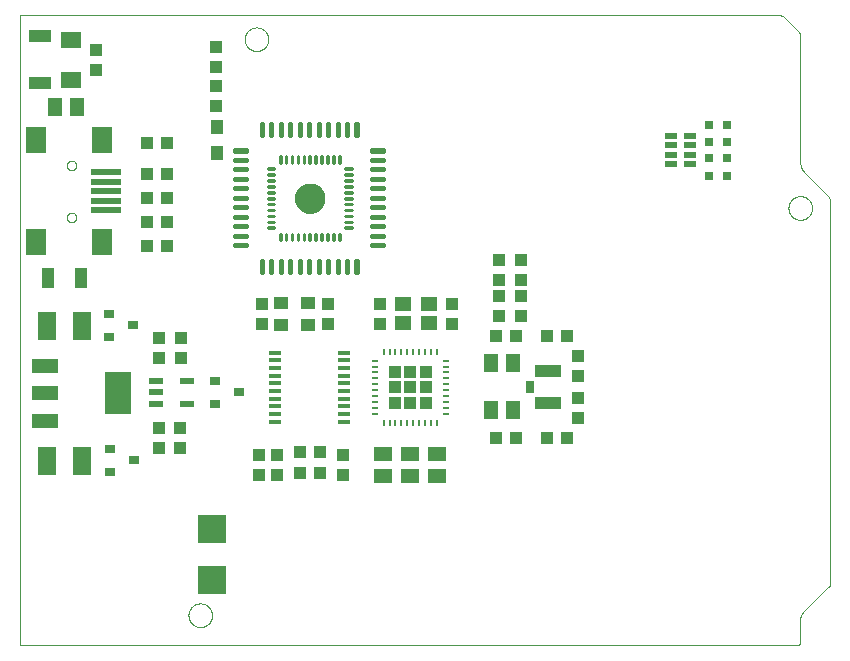
<source format=gtp>
G75*
%MOIN*%
%OFA0B0*%
%FSLAX25Y25*%
%IPPOS*%
%LPD*%
%AMOC8*
5,1,8,0,0,1.08239X$1,22.5*
%
%ADD10C,0.00000*%
%ADD11R,0.03937X0.03937*%
%ADD12R,0.02362X0.00984*%
%ADD13R,0.00984X0.02362*%
%ADD14R,0.05118X0.05906*%
%ADD15R,0.05512X0.04724*%
%ADD16R,0.04331X0.03937*%
%ADD17R,0.03937X0.04331*%
%ADD18R,0.08661X0.04134*%
%ADD19R,0.03150X0.03937*%
%ADD20R,0.05906X0.05118*%
%ADD21R,0.03937X0.07087*%
%ADD22C,0.05000*%
%ADD23C,0.00866*%
%ADD24R,0.10000X0.02000*%
%ADD25R,0.07000X0.09000*%
%ADD26R,0.03937X0.04724*%
%ADD27R,0.05118X0.04134*%
%ADD28R,0.07087X0.05512*%
%ADD29R,0.09449X0.09449*%
%ADD30R,0.08800X0.04800*%
%ADD31R,0.08661X0.14173*%
%ADD32R,0.06299X0.09449*%
%ADD33R,0.04724X0.02165*%
%ADD34R,0.03500X0.03100*%
%ADD35R,0.07800X0.04000*%
%ADD36R,0.03900X0.01200*%
%ADD37C,0.01417*%
%ADD38C,0.03937*%
%ADD39R,0.03150X0.03150*%
%ADD40R,0.04000X0.02000*%
D10*
X0026130Y0004800D02*
X0026130Y0214800D01*
X0279204Y0214800D01*
X0280785Y0214145D02*
X0285716Y0209214D01*
X0286130Y0208214D02*
X0286130Y0165912D01*
X0286132Y0165774D01*
X0286137Y0165636D01*
X0286147Y0165498D01*
X0286160Y0165361D01*
X0286177Y0165224D01*
X0286197Y0165087D01*
X0286221Y0164951D01*
X0286249Y0164816D01*
X0286281Y0164681D01*
X0286316Y0164548D01*
X0286355Y0164415D01*
X0286397Y0164284D01*
X0286443Y0164154D01*
X0286492Y0164025D01*
X0286545Y0163897D01*
X0286601Y0163771D01*
X0286661Y0163646D01*
X0286724Y0163524D01*
X0286790Y0163402D01*
X0286860Y0163283D01*
X0286933Y0163166D01*
X0287009Y0163051D01*
X0287088Y0162937D01*
X0287170Y0162826D01*
X0287255Y0162717D01*
X0287343Y0162611D01*
X0287434Y0162507D01*
X0287527Y0162405D01*
X0287623Y0162306D01*
X0287623Y0162307D02*
X0295204Y0154726D01*
X0296130Y0152490D02*
X0296130Y0025628D01*
X0295544Y0024214D02*
X0287056Y0015726D01*
X0286130Y0013490D02*
X0286130Y0005800D01*
X0286128Y0005740D01*
X0286123Y0005679D01*
X0286114Y0005620D01*
X0286101Y0005561D01*
X0286085Y0005502D01*
X0286065Y0005445D01*
X0286042Y0005390D01*
X0286015Y0005335D01*
X0285986Y0005283D01*
X0285953Y0005232D01*
X0285917Y0005183D01*
X0285879Y0005137D01*
X0285837Y0005093D01*
X0285793Y0005051D01*
X0285747Y0005013D01*
X0285698Y0004977D01*
X0285647Y0004944D01*
X0285595Y0004915D01*
X0285540Y0004888D01*
X0285485Y0004865D01*
X0285428Y0004845D01*
X0285369Y0004829D01*
X0285310Y0004816D01*
X0285251Y0004807D01*
X0285190Y0004802D01*
X0285130Y0004800D01*
X0026130Y0004800D01*
X0082193Y0014800D02*
X0082195Y0014925D01*
X0082201Y0015050D01*
X0082211Y0015174D01*
X0082225Y0015298D01*
X0082242Y0015422D01*
X0082264Y0015545D01*
X0082290Y0015667D01*
X0082319Y0015789D01*
X0082352Y0015909D01*
X0082390Y0016028D01*
X0082430Y0016147D01*
X0082475Y0016263D01*
X0082523Y0016378D01*
X0082575Y0016492D01*
X0082631Y0016604D01*
X0082690Y0016714D01*
X0082752Y0016822D01*
X0082818Y0016929D01*
X0082887Y0017033D01*
X0082960Y0017134D01*
X0083035Y0017234D01*
X0083114Y0017331D01*
X0083196Y0017425D01*
X0083281Y0017517D01*
X0083368Y0017606D01*
X0083459Y0017692D01*
X0083552Y0017775D01*
X0083648Y0017856D01*
X0083746Y0017933D01*
X0083846Y0018007D01*
X0083949Y0018078D01*
X0084054Y0018145D01*
X0084162Y0018210D01*
X0084271Y0018270D01*
X0084382Y0018328D01*
X0084495Y0018381D01*
X0084609Y0018431D01*
X0084725Y0018478D01*
X0084842Y0018520D01*
X0084961Y0018559D01*
X0085081Y0018595D01*
X0085202Y0018626D01*
X0085324Y0018654D01*
X0085446Y0018677D01*
X0085570Y0018697D01*
X0085694Y0018713D01*
X0085818Y0018725D01*
X0085943Y0018733D01*
X0086068Y0018737D01*
X0086192Y0018737D01*
X0086317Y0018733D01*
X0086442Y0018725D01*
X0086566Y0018713D01*
X0086690Y0018697D01*
X0086814Y0018677D01*
X0086936Y0018654D01*
X0087058Y0018626D01*
X0087179Y0018595D01*
X0087299Y0018559D01*
X0087418Y0018520D01*
X0087535Y0018478D01*
X0087651Y0018431D01*
X0087765Y0018381D01*
X0087878Y0018328D01*
X0087989Y0018270D01*
X0088099Y0018210D01*
X0088206Y0018145D01*
X0088311Y0018078D01*
X0088414Y0018007D01*
X0088514Y0017933D01*
X0088612Y0017856D01*
X0088708Y0017775D01*
X0088801Y0017692D01*
X0088892Y0017606D01*
X0088979Y0017517D01*
X0089064Y0017425D01*
X0089146Y0017331D01*
X0089225Y0017234D01*
X0089300Y0017134D01*
X0089373Y0017033D01*
X0089442Y0016929D01*
X0089508Y0016822D01*
X0089570Y0016714D01*
X0089629Y0016604D01*
X0089685Y0016492D01*
X0089737Y0016378D01*
X0089785Y0016263D01*
X0089830Y0016147D01*
X0089870Y0016028D01*
X0089908Y0015909D01*
X0089941Y0015789D01*
X0089970Y0015667D01*
X0089996Y0015545D01*
X0090018Y0015422D01*
X0090035Y0015298D01*
X0090049Y0015174D01*
X0090059Y0015050D01*
X0090065Y0014925D01*
X0090067Y0014800D01*
X0090065Y0014675D01*
X0090059Y0014550D01*
X0090049Y0014426D01*
X0090035Y0014302D01*
X0090018Y0014178D01*
X0089996Y0014055D01*
X0089970Y0013933D01*
X0089941Y0013811D01*
X0089908Y0013691D01*
X0089870Y0013572D01*
X0089830Y0013453D01*
X0089785Y0013337D01*
X0089737Y0013222D01*
X0089685Y0013108D01*
X0089629Y0012996D01*
X0089570Y0012886D01*
X0089508Y0012778D01*
X0089442Y0012671D01*
X0089373Y0012567D01*
X0089300Y0012466D01*
X0089225Y0012366D01*
X0089146Y0012269D01*
X0089064Y0012175D01*
X0088979Y0012083D01*
X0088892Y0011994D01*
X0088801Y0011908D01*
X0088708Y0011825D01*
X0088612Y0011744D01*
X0088514Y0011667D01*
X0088414Y0011593D01*
X0088311Y0011522D01*
X0088206Y0011455D01*
X0088098Y0011390D01*
X0087989Y0011330D01*
X0087878Y0011272D01*
X0087765Y0011219D01*
X0087651Y0011169D01*
X0087535Y0011122D01*
X0087418Y0011080D01*
X0087299Y0011041D01*
X0087179Y0011005D01*
X0087058Y0010974D01*
X0086936Y0010946D01*
X0086814Y0010923D01*
X0086690Y0010903D01*
X0086566Y0010887D01*
X0086442Y0010875D01*
X0086317Y0010867D01*
X0086192Y0010863D01*
X0086068Y0010863D01*
X0085943Y0010867D01*
X0085818Y0010875D01*
X0085694Y0010887D01*
X0085570Y0010903D01*
X0085446Y0010923D01*
X0085324Y0010946D01*
X0085202Y0010974D01*
X0085081Y0011005D01*
X0084961Y0011041D01*
X0084842Y0011080D01*
X0084725Y0011122D01*
X0084609Y0011169D01*
X0084495Y0011219D01*
X0084382Y0011272D01*
X0084271Y0011330D01*
X0084161Y0011390D01*
X0084054Y0011455D01*
X0083949Y0011522D01*
X0083846Y0011593D01*
X0083746Y0011667D01*
X0083648Y0011744D01*
X0083552Y0011825D01*
X0083459Y0011908D01*
X0083368Y0011994D01*
X0083281Y0012083D01*
X0083196Y0012175D01*
X0083114Y0012269D01*
X0083035Y0012366D01*
X0082960Y0012466D01*
X0082887Y0012567D01*
X0082818Y0012671D01*
X0082752Y0012778D01*
X0082690Y0012886D01*
X0082631Y0012996D01*
X0082575Y0013108D01*
X0082523Y0013222D01*
X0082475Y0013337D01*
X0082430Y0013453D01*
X0082390Y0013572D01*
X0082352Y0013691D01*
X0082319Y0013811D01*
X0082290Y0013933D01*
X0082264Y0014055D01*
X0082242Y0014178D01*
X0082225Y0014302D01*
X0082211Y0014426D01*
X0082201Y0014550D01*
X0082195Y0014675D01*
X0082193Y0014800D01*
X0041613Y0147438D02*
X0041615Y0147518D01*
X0041621Y0147597D01*
X0041631Y0147676D01*
X0041645Y0147755D01*
X0041662Y0147833D01*
X0041684Y0147910D01*
X0041709Y0147985D01*
X0041739Y0148059D01*
X0041771Y0148132D01*
X0041808Y0148203D01*
X0041848Y0148272D01*
X0041891Y0148339D01*
X0041938Y0148404D01*
X0041987Y0148466D01*
X0042040Y0148526D01*
X0042096Y0148583D01*
X0042154Y0148638D01*
X0042215Y0148689D01*
X0042279Y0148737D01*
X0042345Y0148782D01*
X0042413Y0148824D01*
X0042483Y0148862D01*
X0042555Y0148896D01*
X0042628Y0148927D01*
X0042703Y0148955D01*
X0042780Y0148978D01*
X0042857Y0148998D01*
X0042935Y0149014D01*
X0043014Y0149026D01*
X0043093Y0149034D01*
X0043173Y0149038D01*
X0043253Y0149038D01*
X0043333Y0149034D01*
X0043412Y0149026D01*
X0043491Y0149014D01*
X0043569Y0148998D01*
X0043646Y0148978D01*
X0043723Y0148955D01*
X0043798Y0148927D01*
X0043871Y0148896D01*
X0043943Y0148862D01*
X0044013Y0148824D01*
X0044081Y0148782D01*
X0044147Y0148737D01*
X0044211Y0148689D01*
X0044272Y0148638D01*
X0044330Y0148583D01*
X0044386Y0148526D01*
X0044439Y0148466D01*
X0044488Y0148404D01*
X0044535Y0148339D01*
X0044578Y0148272D01*
X0044618Y0148203D01*
X0044655Y0148132D01*
X0044687Y0148059D01*
X0044717Y0147985D01*
X0044742Y0147910D01*
X0044764Y0147833D01*
X0044781Y0147755D01*
X0044795Y0147676D01*
X0044805Y0147597D01*
X0044811Y0147518D01*
X0044813Y0147438D01*
X0044811Y0147358D01*
X0044805Y0147279D01*
X0044795Y0147200D01*
X0044781Y0147121D01*
X0044764Y0147043D01*
X0044742Y0146966D01*
X0044717Y0146891D01*
X0044687Y0146817D01*
X0044655Y0146744D01*
X0044618Y0146673D01*
X0044578Y0146604D01*
X0044535Y0146537D01*
X0044488Y0146472D01*
X0044439Y0146410D01*
X0044386Y0146350D01*
X0044330Y0146293D01*
X0044272Y0146238D01*
X0044211Y0146187D01*
X0044147Y0146139D01*
X0044081Y0146094D01*
X0044013Y0146052D01*
X0043943Y0146014D01*
X0043871Y0145980D01*
X0043798Y0145949D01*
X0043723Y0145921D01*
X0043646Y0145898D01*
X0043569Y0145878D01*
X0043491Y0145862D01*
X0043412Y0145850D01*
X0043333Y0145842D01*
X0043253Y0145838D01*
X0043173Y0145838D01*
X0043093Y0145842D01*
X0043014Y0145850D01*
X0042935Y0145862D01*
X0042857Y0145878D01*
X0042780Y0145898D01*
X0042703Y0145921D01*
X0042628Y0145949D01*
X0042555Y0145980D01*
X0042483Y0146014D01*
X0042413Y0146052D01*
X0042345Y0146094D01*
X0042279Y0146139D01*
X0042215Y0146187D01*
X0042154Y0146238D01*
X0042096Y0146293D01*
X0042040Y0146350D01*
X0041987Y0146410D01*
X0041938Y0146472D01*
X0041891Y0146537D01*
X0041848Y0146604D01*
X0041808Y0146673D01*
X0041771Y0146744D01*
X0041739Y0146817D01*
X0041709Y0146891D01*
X0041684Y0146966D01*
X0041662Y0147043D01*
X0041645Y0147121D01*
X0041631Y0147200D01*
X0041621Y0147279D01*
X0041615Y0147358D01*
X0041613Y0147438D01*
X0041613Y0164761D02*
X0041615Y0164841D01*
X0041621Y0164920D01*
X0041631Y0164999D01*
X0041645Y0165078D01*
X0041662Y0165156D01*
X0041684Y0165233D01*
X0041709Y0165308D01*
X0041739Y0165382D01*
X0041771Y0165455D01*
X0041808Y0165526D01*
X0041848Y0165595D01*
X0041891Y0165662D01*
X0041938Y0165727D01*
X0041987Y0165789D01*
X0042040Y0165849D01*
X0042096Y0165906D01*
X0042154Y0165961D01*
X0042215Y0166012D01*
X0042279Y0166060D01*
X0042345Y0166105D01*
X0042413Y0166147D01*
X0042483Y0166185D01*
X0042555Y0166219D01*
X0042628Y0166250D01*
X0042703Y0166278D01*
X0042780Y0166301D01*
X0042857Y0166321D01*
X0042935Y0166337D01*
X0043014Y0166349D01*
X0043093Y0166357D01*
X0043173Y0166361D01*
X0043253Y0166361D01*
X0043333Y0166357D01*
X0043412Y0166349D01*
X0043491Y0166337D01*
X0043569Y0166321D01*
X0043646Y0166301D01*
X0043723Y0166278D01*
X0043798Y0166250D01*
X0043871Y0166219D01*
X0043943Y0166185D01*
X0044013Y0166147D01*
X0044081Y0166105D01*
X0044147Y0166060D01*
X0044211Y0166012D01*
X0044272Y0165961D01*
X0044330Y0165906D01*
X0044386Y0165849D01*
X0044439Y0165789D01*
X0044488Y0165727D01*
X0044535Y0165662D01*
X0044578Y0165595D01*
X0044618Y0165526D01*
X0044655Y0165455D01*
X0044687Y0165382D01*
X0044717Y0165308D01*
X0044742Y0165233D01*
X0044764Y0165156D01*
X0044781Y0165078D01*
X0044795Y0164999D01*
X0044805Y0164920D01*
X0044811Y0164841D01*
X0044813Y0164761D01*
X0044811Y0164681D01*
X0044805Y0164602D01*
X0044795Y0164523D01*
X0044781Y0164444D01*
X0044764Y0164366D01*
X0044742Y0164289D01*
X0044717Y0164214D01*
X0044687Y0164140D01*
X0044655Y0164067D01*
X0044618Y0163996D01*
X0044578Y0163927D01*
X0044535Y0163860D01*
X0044488Y0163795D01*
X0044439Y0163733D01*
X0044386Y0163673D01*
X0044330Y0163616D01*
X0044272Y0163561D01*
X0044211Y0163510D01*
X0044147Y0163462D01*
X0044081Y0163417D01*
X0044013Y0163375D01*
X0043943Y0163337D01*
X0043871Y0163303D01*
X0043798Y0163272D01*
X0043723Y0163244D01*
X0043646Y0163221D01*
X0043569Y0163201D01*
X0043491Y0163185D01*
X0043412Y0163173D01*
X0043333Y0163165D01*
X0043253Y0163161D01*
X0043173Y0163161D01*
X0043093Y0163165D01*
X0043014Y0163173D01*
X0042935Y0163185D01*
X0042857Y0163201D01*
X0042780Y0163221D01*
X0042703Y0163244D01*
X0042628Y0163272D01*
X0042555Y0163303D01*
X0042483Y0163337D01*
X0042413Y0163375D01*
X0042345Y0163417D01*
X0042279Y0163462D01*
X0042215Y0163510D01*
X0042154Y0163561D01*
X0042096Y0163616D01*
X0042040Y0163673D01*
X0041987Y0163733D01*
X0041938Y0163795D01*
X0041891Y0163860D01*
X0041848Y0163927D01*
X0041808Y0163996D01*
X0041771Y0164067D01*
X0041739Y0164140D01*
X0041709Y0164214D01*
X0041684Y0164289D01*
X0041662Y0164366D01*
X0041645Y0164444D01*
X0041631Y0164523D01*
X0041621Y0164602D01*
X0041615Y0164681D01*
X0041613Y0164761D01*
X0100943Y0206800D02*
X0100945Y0206925D01*
X0100951Y0207050D01*
X0100961Y0207174D01*
X0100975Y0207298D01*
X0100992Y0207422D01*
X0101014Y0207545D01*
X0101040Y0207667D01*
X0101069Y0207789D01*
X0101102Y0207909D01*
X0101140Y0208028D01*
X0101180Y0208147D01*
X0101225Y0208263D01*
X0101273Y0208378D01*
X0101325Y0208492D01*
X0101381Y0208604D01*
X0101440Y0208714D01*
X0101502Y0208822D01*
X0101568Y0208929D01*
X0101637Y0209033D01*
X0101710Y0209134D01*
X0101785Y0209234D01*
X0101864Y0209331D01*
X0101946Y0209425D01*
X0102031Y0209517D01*
X0102118Y0209606D01*
X0102209Y0209692D01*
X0102302Y0209775D01*
X0102398Y0209856D01*
X0102496Y0209933D01*
X0102596Y0210007D01*
X0102699Y0210078D01*
X0102804Y0210145D01*
X0102912Y0210210D01*
X0103021Y0210270D01*
X0103132Y0210328D01*
X0103245Y0210381D01*
X0103359Y0210431D01*
X0103475Y0210478D01*
X0103592Y0210520D01*
X0103711Y0210559D01*
X0103831Y0210595D01*
X0103952Y0210626D01*
X0104074Y0210654D01*
X0104196Y0210677D01*
X0104320Y0210697D01*
X0104444Y0210713D01*
X0104568Y0210725D01*
X0104693Y0210733D01*
X0104818Y0210737D01*
X0104942Y0210737D01*
X0105067Y0210733D01*
X0105192Y0210725D01*
X0105316Y0210713D01*
X0105440Y0210697D01*
X0105564Y0210677D01*
X0105686Y0210654D01*
X0105808Y0210626D01*
X0105929Y0210595D01*
X0106049Y0210559D01*
X0106168Y0210520D01*
X0106285Y0210478D01*
X0106401Y0210431D01*
X0106515Y0210381D01*
X0106628Y0210328D01*
X0106739Y0210270D01*
X0106849Y0210210D01*
X0106956Y0210145D01*
X0107061Y0210078D01*
X0107164Y0210007D01*
X0107264Y0209933D01*
X0107362Y0209856D01*
X0107458Y0209775D01*
X0107551Y0209692D01*
X0107642Y0209606D01*
X0107729Y0209517D01*
X0107814Y0209425D01*
X0107896Y0209331D01*
X0107975Y0209234D01*
X0108050Y0209134D01*
X0108123Y0209033D01*
X0108192Y0208929D01*
X0108258Y0208822D01*
X0108320Y0208714D01*
X0108379Y0208604D01*
X0108435Y0208492D01*
X0108487Y0208378D01*
X0108535Y0208263D01*
X0108580Y0208147D01*
X0108620Y0208028D01*
X0108658Y0207909D01*
X0108691Y0207789D01*
X0108720Y0207667D01*
X0108746Y0207545D01*
X0108768Y0207422D01*
X0108785Y0207298D01*
X0108799Y0207174D01*
X0108809Y0207050D01*
X0108815Y0206925D01*
X0108817Y0206800D01*
X0108815Y0206675D01*
X0108809Y0206550D01*
X0108799Y0206426D01*
X0108785Y0206302D01*
X0108768Y0206178D01*
X0108746Y0206055D01*
X0108720Y0205933D01*
X0108691Y0205811D01*
X0108658Y0205691D01*
X0108620Y0205572D01*
X0108580Y0205453D01*
X0108535Y0205337D01*
X0108487Y0205222D01*
X0108435Y0205108D01*
X0108379Y0204996D01*
X0108320Y0204886D01*
X0108258Y0204778D01*
X0108192Y0204671D01*
X0108123Y0204567D01*
X0108050Y0204466D01*
X0107975Y0204366D01*
X0107896Y0204269D01*
X0107814Y0204175D01*
X0107729Y0204083D01*
X0107642Y0203994D01*
X0107551Y0203908D01*
X0107458Y0203825D01*
X0107362Y0203744D01*
X0107264Y0203667D01*
X0107164Y0203593D01*
X0107061Y0203522D01*
X0106956Y0203455D01*
X0106848Y0203390D01*
X0106739Y0203330D01*
X0106628Y0203272D01*
X0106515Y0203219D01*
X0106401Y0203169D01*
X0106285Y0203122D01*
X0106168Y0203080D01*
X0106049Y0203041D01*
X0105929Y0203005D01*
X0105808Y0202974D01*
X0105686Y0202946D01*
X0105564Y0202923D01*
X0105440Y0202903D01*
X0105316Y0202887D01*
X0105192Y0202875D01*
X0105067Y0202867D01*
X0104942Y0202863D01*
X0104818Y0202863D01*
X0104693Y0202867D01*
X0104568Y0202875D01*
X0104444Y0202887D01*
X0104320Y0202903D01*
X0104196Y0202923D01*
X0104074Y0202946D01*
X0103952Y0202974D01*
X0103831Y0203005D01*
X0103711Y0203041D01*
X0103592Y0203080D01*
X0103475Y0203122D01*
X0103359Y0203169D01*
X0103245Y0203219D01*
X0103132Y0203272D01*
X0103021Y0203330D01*
X0102911Y0203390D01*
X0102804Y0203455D01*
X0102699Y0203522D01*
X0102596Y0203593D01*
X0102496Y0203667D01*
X0102398Y0203744D01*
X0102302Y0203825D01*
X0102209Y0203908D01*
X0102118Y0203994D01*
X0102031Y0204083D01*
X0101946Y0204175D01*
X0101864Y0204269D01*
X0101785Y0204366D01*
X0101710Y0204466D01*
X0101637Y0204567D01*
X0101568Y0204671D01*
X0101502Y0204778D01*
X0101440Y0204886D01*
X0101381Y0204996D01*
X0101325Y0205108D01*
X0101273Y0205222D01*
X0101225Y0205337D01*
X0101180Y0205453D01*
X0101140Y0205572D01*
X0101102Y0205691D01*
X0101069Y0205811D01*
X0101040Y0205933D01*
X0101014Y0206055D01*
X0100992Y0206178D01*
X0100975Y0206302D01*
X0100961Y0206426D01*
X0100951Y0206550D01*
X0100945Y0206675D01*
X0100943Y0206800D01*
X0279204Y0214800D02*
X0279296Y0214798D01*
X0279389Y0214792D01*
X0279481Y0214783D01*
X0279572Y0214770D01*
X0279663Y0214752D01*
X0279753Y0214732D01*
X0279842Y0214707D01*
X0279930Y0214679D01*
X0280017Y0214647D01*
X0280102Y0214612D01*
X0280186Y0214573D01*
X0280268Y0214531D01*
X0280349Y0214485D01*
X0280427Y0214436D01*
X0280503Y0214384D01*
X0280577Y0214329D01*
X0280649Y0214270D01*
X0280718Y0214209D01*
X0280785Y0214145D01*
X0285716Y0209214D02*
X0285767Y0209160D01*
X0285815Y0209104D01*
X0285860Y0209045D01*
X0285902Y0208984D01*
X0285941Y0208921D01*
X0285976Y0208856D01*
X0286008Y0208789D01*
X0286036Y0208721D01*
X0286061Y0208651D01*
X0286082Y0208580D01*
X0286099Y0208508D01*
X0286113Y0208435D01*
X0286122Y0208362D01*
X0286128Y0208288D01*
X0286130Y0208214D01*
X0295204Y0154726D02*
X0295279Y0154648D01*
X0295351Y0154568D01*
X0295421Y0154485D01*
X0295487Y0154401D01*
X0295551Y0154313D01*
X0295612Y0154224D01*
X0295670Y0154133D01*
X0295724Y0154040D01*
X0295775Y0153945D01*
X0295824Y0153848D01*
X0295868Y0153750D01*
X0295910Y0153650D01*
X0295947Y0153549D01*
X0295982Y0153447D01*
X0296013Y0153343D01*
X0296040Y0153239D01*
X0296064Y0153133D01*
X0296084Y0153027D01*
X0296101Y0152921D01*
X0296113Y0152813D01*
X0296123Y0152706D01*
X0296128Y0152598D01*
X0296130Y0152490D01*
X0282193Y0150550D02*
X0282195Y0150675D01*
X0282201Y0150800D01*
X0282211Y0150924D01*
X0282225Y0151048D01*
X0282242Y0151172D01*
X0282264Y0151295D01*
X0282290Y0151417D01*
X0282319Y0151539D01*
X0282352Y0151659D01*
X0282390Y0151778D01*
X0282430Y0151897D01*
X0282475Y0152013D01*
X0282523Y0152128D01*
X0282575Y0152242D01*
X0282631Y0152354D01*
X0282690Y0152464D01*
X0282752Y0152572D01*
X0282818Y0152679D01*
X0282887Y0152783D01*
X0282960Y0152884D01*
X0283035Y0152984D01*
X0283114Y0153081D01*
X0283196Y0153175D01*
X0283281Y0153267D01*
X0283368Y0153356D01*
X0283459Y0153442D01*
X0283552Y0153525D01*
X0283648Y0153606D01*
X0283746Y0153683D01*
X0283846Y0153757D01*
X0283949Y0153828D01*
X0284054Y0153895D01*
X0284162Y0153960D01*
X0284271Y0154020D01*
X0284382Y0154078D01*
X0284495Y0154131D01*
X0284609Y0154181D01*
X0284725Y0154228D01*
X0284842Y0154270D01*
X0284961Y0154309D01*
X0285081Y0154345D01*
X0285202Y0154376D01*
X0285324Y0154404D01*
X0285446Y0154427D01*
X0285570Y0154447D01*
X0285694Y0154463D01*
X0285818Y0154475D01*
X0285943Y0154483D01*
X0286068Y0154487D01*
X0286192Y0154487D01*
X0286317Y0154483D01*
X0286442Y0154475D01*
X0286566Y0154463D01*
X0286690Y0154447D01*
X0286814Y0154427D01*
X0286936Y0154404D01*
X0287058Y0154376D01*
X0287179Y0154345D01*
X0287299Y0154309D01*
X0287418Y0154270D01*
X0287535Y0154228D01*
X0287651Y0154181D01*
X0287765Y0154131D01*
X0287878Y0154078D01*
X0287989Y0154020D01*
X0288099Y0153960D01*
X0288206Y0153895D01*
X0288311Y0153828D01*
X0288414Y0153757D01*
X0288514Y0153683D01*
X0288612Y0153606D01*
X0288708Y0153525D01*
X0288801Y0153442D01*
X0288892Y0153356D01*
X0288979Y0153267D01*
X0289064Y0153175D01*
X0289146Y0153081D01*
X0289225Y0152984D01*
X0289300Y0152884D01*
X0289373Y0152783D01*
X0289442Y0152679D01*
X0289508Y0152572D01*
X0289570Y0152464D01*
X0289629Y0152354D01*
X0289685Y0152242D01*
X0289737Y0152128D01*
X0289785Y0152013D01*
X0289830Y0151897D01*
X0289870Y0151778D01*
X0289908Y0151659D01*
X0289941Y0151539D01*
X0289970Y0151417D01*
X0289996Y0151295D01*
X0290018Y0151172D01*
X0290035Y0151048D01*
X0290049Y0150924D01*
X0290059Y0150800D01*
X0290065Y0150675D01*
X0290067Y0150550D01*
X0290065Y0150425D01*
X0290059Y0150300D01*
X0290049Y0150176D01*
X0290035Y0150052D01*
X0290018Y0149928D01*
X0289996Y0149805D01*
X0289970Y0149683D01*
X0289941Y0149561D01*
X0289908Y0149441D01*
X0289870Y0149322D01*
X0289830Y0149203D01*
X0289785Y0149087D01*
X0289737Y0148972D01*
X0289685Y0148858D01*
X0289629Y0148746D01*
X0289570Y0148636D01*
X0289508Y0148528D01*
X0289442Y0148421D01*
X0289373Y0148317D01*
X0289300Y0148216D01*
X0289225Y0148116D01*
X0289146Y0148019D01*
X0289064Y0147925D01*
X0288979Y0147833D01*
X0288892Y0147744D01*
X0288801Y0147658D01*
X0288708Y0147575D01*
X0288612Y0147494D01*
X0288514Y0147417D01*
X0288414Y0147343D01*
X0288311Y0147272D01*
X0288206Y0147205D01*
X0288098Y0147140D01*
X0287989Y0147080D01*
X0287878Y0147022D01*
X0287765Y0146969D01*
X0287651Y0146919D01*
X0287535Y0146872D01*
X0287418Y0146830D01*
X0287299Y0146791D01*
X0287179Y0146755D01*
X0287058Y0146724D01*
X0286936Y0146696D01*
X0286814Y0146673D01*
X0286690Y0146653D01*
X0286566Y0146637D01*
X0286442Y0146625D01*
X0286317Y0146617D01*
X0286192Y0146613D01*
X0286068Y0146613D01*
X0285943Y0146617D01*
X0285818Y0146625D01*
X0285694Y0146637D01*
X0285570Y0146653D01*
X0285446Y0146673D01*
X0285324Y0146696D01*
X0285202Y0146724D01*
X0285081Y0146755D01*
X0284961Y0146791D01*
X0284842Y0146830D01*
X0284725Y0146872D01*
X0284609Y0146919D01*
X0284495Y0146969D01*
X0284382Y0147022D01*
X0284271Y0147080D01*
X0284161Y0147140D01*
X0284054Y0147205D01*
X0283949Y0147272D01*
X0283846Y0147343D01*
X0283746Y0147417D01*
X0283648Y0147494D01*
X0283552Y0147575D01*
X0283459Y0147658D01*
X0283368Y0147744D01*
X0283281Y0147833D01*
X0283196Y0147925D01*
X0283114Y0148019D01*
X0283035Y0148116D01*
X0282960Y0148216D01*
X0282887Y0148317D01*
X0282818Y0148421D01*
X0282752Y0148528D01*
X0282690Y0148636D01*
X0282631Y0148746D01*
X0282575Y0148858D01*
X0282523Y0148972D01*
X0282475Y0149087D01*
X0282430Y0149203D01*
X0282390Y0149322D01*
X0282352Y0149441D01*
X0282319Y0149561D01*
X0282290Y0149683D01*
X0282264Y0149805D01*
X0282242Y0149928D01*
X0282225Y0150052D01*
X0282211Y0150176D01*
X0282201Y0150300D01*
X0282195Y0150425D01*
X0282193Y0150550D01*
X0296130Y0025628D02*
X0296128Y0025541D01*
X0296122Y0025454D01*
X0296113Y0025367D01*
X0296100Y0025281D01*
X0296083Y0025195D01*
X0296062Y0025110D01*
X0296037Y0025027D01*
X0296009Y0024944D01*
X0295978Y0024863D01*
X0295943Y0024783D01*
X0295904Y0024705D01*
X0295862Y0024628D01*
X0295817Y0024553D01*
X0295768Y0024481D01*
X0295717Y0024410D01*
X0295662Y0024342D01*
X0295605Y0024277D01*
X0295544Y0024214D01*
X0287056Y0015726D02*
X0286981Y0015648D01*
X0286909Y0015568D01*
X0286839Y0015485D01*
X0286773Y0015401D01*
X0286709Y0015313D01*
X0286648Y0015224D01*
X0286590Y0015133D01*
X0286536Y0015040D01*
X0286485Y0014945D01*
X0286436Y0014848D01*
X0286392Y0014750D01*
X0286350Y0014650D01*
X0286313Y0014549D01*
X0286278Y0014447D01*
X0286247Y0014343D01*
X0286220Y0014239D01*
X0286196Y0014133D01*
X0286176Y0014027D01*
X0286159Y0013921D01*
X0286147Y0013813D01*
X0286137Y0013706D01*
X0286132Y0013598D01*
X0286130Y0013490D01*
D11*
X0161232Y0085682D03*
X0156114Y0085682D03*
X0150996Y0085682D03*
X0150996Y0090800D03*
X0156114Y0090800D03*
X0156114Y0095918D03*
X0150996Y0095918D03*
X0161232Y0095918D03*
X0161232Y0090800D03*
D12*
X0167925Y0089816D03*
X0167925Y0091784D03*
X0167925Y0093753D03*
X0167925Y0095721D03*
X0167925Y0097690D03*
X0167925Y0099658D03*
X0167925Y0087847D03*
X0167925Y0085879D03*
X0167925Y0083910D03*
X0167925Y0081942D03*
X0144303Y0081942D03*
X0144303Y0083910D03*
X0144303Y0085879D03*
X0144303Y0087847D03*
X0144303Y0089816D03*
X0144303Y0091784D03*
X0144303Y0093753D03*
X0144303Y0095721D03*
X0144303Y0097690D03*
X0144303Y0099658D03*
D13*
X0147256Y0102611D03*
X0149224Y0102611D03*
X0151193Y0102611D03*
X0153161Y0102611D03*
X0155130Y0102611D03*
X0157098Y0102611D03*
X0159067Y0102611D03*
X0161036Y0102611D03*
X0163004Y0102611D03*
X0164973Y0102611D03*
X0164973Y0078989D03*
X0163004Y0078989D03*
X0161036Y0078989D03*
X0159067Y0078989D03*
X0157098Y0078989D03*
X0155130Y0078989D03*
X0153161Y0078989D03*
X0151193Y0078989D03*
X0149224Y0078989D03*
X0147256Y0078989D03*
D14*
X0182890Y0083300D03*
X0190370Y0083300D03*
X0190370Y0098800D03*
X0182890Y0098800D03*
X0045170Y0184100D03*
X0037690Y0184100D03*
D15*
X0153799Y0118450D03*
X0153799Y0112150D03*
X0162461Y0112150D03*
X0162461Y0118450D03*
D16*
X0185630Y0126454D03*
X0185630Y0133146D03*
X0193130Y0121146D03*
X0193130Y0114454D03*
X0191476Y0107800D03*
X0184784Y0107800D03*
X0201784Y0107800D03*
X0208476Y0107800D03*
X0208476Y0073800D03*
X0201784Y0073800D03*
X0191476Y0073800D03*
X0184784Y0073800D03*
X0125976Y0062050D03*
X0119284Y0062050D03*
X0079380Y0070454D03*
X0072380Y0070454D03*
X0072380Y0077146D03*
X0079380Y0077146D03*
X0074976Y0137800D03*
X0068284Y0137800D03*
X0068284Y0145800D03*
X0074976Y0145800D03*
X0074976Y0172300D03*
X0068284Y0172300D03*
X0091433Y0184572D03*
X0091433Y0191265D03*
X0051230Y0196454D03*
X0051230Y0203146D03*
D17*
X0091465Y0204111D03*
X0091465Y0197418D03*
X0074976Y0161800D03*
X0068284Y0161800D03*
X0068284Y0153800D03*
X0074976Y0153800D03*
X0106630Y0118646D03*
X0106630Y0111954D03*
X0128630Y0111954D03*
X0128630Y0118646D03*
X0146130Y0118646D03*
X0146130Y0111954D03*
X0170130Y0111954D03*
X0170130Y0118646D03*
X0185630Y0121146D03*
X0185630Y0114454D03*
X0193130Y0126454D03*
X0193130Y0133146D03*
X0212130Y0101146D03*
X0212130Y0094454D03*
X0212130Y0087146D03*
X0212130Y0080454D03*
X0133630Y0068146D03*
X0133630Y0061454D03*
X0125976Y0069300D03*
X0119284Y0069300D03*
X0111630Y0068146D03*
X0105630Y0068146D03*
X0105630Y0061454D03*
X0111630Y0061454D03*
X0079630Y0100454D03*
X0072380Y0100454D03*
X0072380Y0107146D03*
X0079630Y0107146D03*
D18*
X0202130Y0096213D03*
X0202130Y0085387D03*
D19*
X0196126Y0090800D03*
D20*
X0165130Y0068540D03*
X0165130Y0061060D03*
X0156130Y0061060D03*
X0156130Y0068540D03*
X0147130Y0068540D03*
X0147130Y0061060D03*
D21*
X0046392Y0127300D03*
X0035368Y0127300D03*
D22*
X0120130Y0153800D02*
X0120132Y0153899D01*
X0120138Y0153999D01*
X0120148Y0154098D01*
X0120162Y0154196D01*
X0120179Y0154294D01*
X0120201Y0154391D01*
X0120226Y0154487D01*
X0120255Y0154582D01*
X0120288Y0154676D01*
X0120325Y0154768D01*
X0120365Y0154859D01*
X0120409Y0154948D01*
X0120457Y0155036D01*
X0120508Y0155121D01*
X0120562Y0155204D01*
X0120619Y0155286D01*
X0120680Y0155364D01*
X0120744Y0155441D01*
X0120810Y0155514D01*
X0120880Y0155585D01*
X0120952Y0155653D01*
X0121027Y0155719D01*
X0121105Y0155781D01*
X0121185Y0155840D01*
X0121267Y0155896D01*
X0121351Y0155948D01*
X0121438Y0155997D01*
X0121526Y0156043D01*
X0121616Y0156085D01*
X0121708Y0156124D01*
X0121801Y0156159D01*
X0121895Y0156190D01*
X0121991Y0156217D01*
X0122088Y0156240D01*
X0122185Y0156260D01*
X0122283Y0156276D01*
X0122382Y0156288D01*
X0122481Y0156296D01*
X0122580Y0156300D01*
X0122680Y0156300D01*
X0122779Y0156296D01*
X0122878Y0156288D01*
X0122977Y0156276D01*
X0123075Y0156260D01*
X0123172Y0156240D01*
X0123269Y0156217D01*
X0123365Y0156190D01*
X0123459Y0156159D01*
X0123552Y0156124D01*
X0123644Y0156085D01*
X0123734Y0156043D01*
X0123822Y0155997D01*
X0123909Y0155948D01*
X0123993Y0155896D01*
X0124075Y0155840D01*
X0124155Y0155781D01*
X0124233Y0155719D01*
X0124308Y0155653D01*
X0124380Y0155585D01*
X0124450Y0155514D01*
X0124516Y0155441D01*
X0124580Y0155364D01*
X0124641Y0155286D01*
X0124698Y0155204D01*
X0124752Y0155121D01*
X0124803Y0155036D01*
X0124851Y0154948D01*
X0124895Y0154859D01*
X0124935Y0154768D01*
X0124972Y0154676D01*
X0125005Y0154582D01*
X0125034Y0154487D01*
X0125059Y0154391D01*
X0125081Y0154294D01*
X0125098Y0154196D01*
X0125112Y0154098D01*
X0125122Y0153999D01*
X0125128Y0153899D01*
X0125130Y0153800D01*
X0125128Y0153701D01*
X0125122Y0153601D01*
X0125112Y0153502D01*
X0125098Y0153404D01*
X0125081Y0153306D01*
X0125059Y0153209D01*
X0125034Y0153113D01*
X0125005Y0153018D01*
X0124972Y0152924D01*
X0124935Y0152832D01*
X0124895Y0152741D01*
X0124851Y0152652D01*
X0124803Y0152564D01*
X0124752Y0152479D01*
X0124698Y0152396D01*
X0124641Y0152314D01*
X0124580Y0152236D01*
X0124516Y0152159D01*
X0124450Y0152086D01*
X0124380Y0152015D01*
X0124308Y0151947D01*
X0124233Y0151881D01*
X0124155Y0151819D01*
X0124075Y0151760D01*
X0123993Y0151704D01*
X0123909Y0151652D01*
X0123822Y0151603D01*
X0123734Y0151557D01*
X0123644Y0151515D01*
X0123552Y0151476D01*
X0123459Y0151441D01*
X0123365Y0151410D01*
X0123269Y0151383D01*
X0123172Y0151360D01*
X0123075Y0151340D01*
X0122977Y0151324D01*
X0122878Y0151312D01*
X0122779Y0151304D01*
X0122680Y0151300D01*
X0122580Y0151300D01*
X0122481Y0151304D01*
X0122382Y0151312D01*
X0122283Y0151324D01*
X0122185Y0151340D01*
X0122088Y0151360D01*
X0121991Y0151383D01*
X0121895Y0151410D01*
X0121801Y0151441D01*
X0121708Y0151476D01*
X0121616Y0151515D01*
X0121526Y0151557D01*
X0121438Y0151603D01*
X0121351Y0151652D01*
X0121267Y0151704D01*
X0121185Y0151760D01*
X0121105Y0151819D01*
X0121027Y0151881D01*
X0120952Y0151947D01*
X0120880Y0152015D01*
X0120810Y0152086D01*
X0120744Y0152159D01*
X0120680Y0152236D01*
X0120619Y0152314D01*
X0120562Y0152396D01*
X0120508Y0152479D01*
X0120457Y0152564D01*
X0120409Y0152652D01*
X0120365Y0152741D01*
X0120325Y0152832D01*
X0120288Y0152924D01*
X0120255Y0153018D01*
X0120226Y0153113D01*
X0120201Y0153209D01*
X0120179Y0153306D01*
X0120162Y0153404D01*
X0120148Y0153502D01*
X0120138Y0153601D01*
X0120132Y0153701D01*
X0120130Y0153800D01*
D23*
X0110779Y0153692D02*
X0108693Y0153692D01*
X0108693Y0153908D01*
X0110779Y0153908D01*
X0110779Y0153692D01*
X0110779Y0151723D02*
X0108693Y0151723D01*
X0108693Y0151939D01*
X0110779Y0151939D01*
X0110779Y0151723D01*
X0110779Y0149755D02*
X0108693Y0149755D01*
X0108693Y0149971D01*
X0110779Y0149971D01*
X0110779Y0149755D01*
X0110779Y0147786D02*
X0108693Y0147786D01*
X0108693Y0148002D01*
X0110779Y0148002D01*
X0110779Y0147786D01*
X0110779Y0145818D02*
X0108693Y0145818D01*
X0108693Y0146034D01*
X0110779Y0146034D01*
X0110779Y0145818D01*
X0110779Y0143849D02*
X0108693Y0143849D01*
X0108693Y0144065D01*
X0110779Y0144065D01*
X0110779Y0143849D01*
X0112895Y0141949D02*
X0112895Y0139863D01*
X0112679Y0139863D01*
X0112679Y0141949D01*
X0112895Y0141949D01*
X0112895Y0140728D02*
X0112679Y0140728D01*
X0112679Y0141593D02*
X0112895Y0141593D01*
X0114864Y0141949D02*
X0114864Y0139863D01*
X0114648Y0139863D01*
X0114648Y0141949D01*
X0114864Y0141949D01*
X0114864Y0140728D02*
X0114648Y0140728D01*
X0114648Y0141593D02*
X0114864Y0141593D01*
X0116832Y0141949D02*
X0116832Y0139863D01*
X0116616Y0139863D01*
X0116616Y0141949D01*
X0116832Y0141949D01*
X0116832Y0140728D02*
X0116616Y0140728D01*
X0116616Y0141593D02*
X0116832Y0141593D01*
X0118801Y0141949D02*
X0118801Y0139863D01*
X0118585Y0139863D01*
X0118585Y0141949D01*
X0118801Y0141949D01*
X0118801Y0140728D02*
X0118585Y0140728D01*
X0118585Y0141593D02*
X0118801Y0141593D01*
X0120769Y0141949D02*
X0120769Y0139863D01*
X0120553Y0139863D01*
X0120553Y0141949D01*
X0120769Y0141949D01*
X0120769Y0140728D02*
X0120553Y0140728D01*
X0120553Y0141593D02*
X0120769Y0141593D01*
X0122738Y0141949D02*
X0122738Y0139863D01*
X0122522Y0139863D01*
X0122522Y0141949D01*
X0122738Y0141949D01*
X0122738Y0140728D02*
X0122522Y0140728D01*
X0122522Y0141593D02*
X0122738Y0141593D01*
X0124706Y0141949D02*
X0124706Y0139863D01*
X0124490Y0139863D01*
X0124490Y0141949D01*
X0124706Y0141949D01*
X0124706Y0140728D02*
X0124490Y0140728D01*
X0124490Y0141593D02*
X0124706Y0141593D01*
X0126675Y0141949D02*
X0126675Y0139863D01*
X0126459Y0139863D01*
X0126459Y0141949D01*
X0126675Y0141949D01*
X0126675Y0140728D02*
X0126459Y0140728D01*
X0126459Y0141593D02*
X0126675Y0141593D01*
X0128644Y0141949D02*
X0128644Y0139863D01*
X0128428Y0139863D01*
X0128428Y0141949D01*
X0128644Y0141949D01*
X0128644Y0140728D02*
X0128428Y0140728D01*
X0128428Y0141593D02*
X0128644Y0141593D01*
X0130612Y0141949D02*
X0130612Y0139863D01*
X0130396Y0139863D01*
X0130396Y0141949D01*
X0130612Y0141949D01*
X0130612Y0140728D02*
X0130396Y0140728D01*
X0130396Y0141593D02*
X0130612Y0141593D01*
X0132581Y0141949D02*
X0132581Y0139863D01*
X0132365Y0139863D01*
X0132365Y0141949D01*
X0132581Y0141949D01*
X0132581Y0140728D02*
X0132365Y0140728D01*
X0132365Y0141593D02*
X0132581Y0141593D01*
X0134481Y0144065D02*
X0136567Y0144065D01*
X0136567Y0143849D01*
X0134481Y0143849D01*
X0134481Y0144065D01*
X0134481Y0146034D02*
X0136567Y0146034D01*
X0136567Y0145818D01*
X0134481Y0145818D01*
X0134481Y0146034D01*
X0134481Y0148002D02*
X0136567Y0148002D01*
X0136567Y0147786D01*
X0134481Y0147786D01*
X0134481Y0148002D01*
X0134481Y0149971D02*
X0136567Y0149971D01*
X0136567Y0149755D01*
X0134481Y0149755D01*
X0134481Y0149971D01*
X0134481Y0151939D02*
X0136567Y0151939D01*
X0136567Y0151723D01*
X0134481Y0151723D01*
X0134481Y0151939D01*
X0134481Y0153908D02*
X0136567Y0153908D01*
X0136567Y0153692D01*
X0134481Y0153692D01*
X0134481Y0153908D01*
X0134481Y0155877D02*
X0136567Y0155877D01*
X0136567Y0155661D01*
X0134481Y0155661D01*
X0134481Y0155877D01*
X0134481Y0157845D02*
X0136567Y0157845D01*
X0136567Y0157629D01*
X0134481Y0157629D01*
X0134481Y0157845D01*
X0134481Y0159814D02*
X0136567Y0159814D01*
X0136567Y0159598D01*
X0134481Y0159598D01*
X0134481Y0159814D01*
X0134481Y0161782D02*
X0136567Y0161782D01*
X0136567Y0161566D01*
X0134481Y0161566D01*
X0134481Y0161782D01*
X0134481Y0163751D02*
X0136567Y0163751D01*
X0136567Y0163535D01*
X0134481Y0163535D01*
X0134481Y0163751D01*
X0132365Y0165651D02*
X0132365Y0167737D01*
X0132581Y0167737D01*
X0132581Y0165651D01*
X0132365Y0165651D01*
X0132365Y0166516D02*
X0132581Y0166516D01*
X0132581Y0167381D02*
X0132365Y0167381D01*
X0130396Y0167737D02*
X0130396Y0165651D01*
X0130396Y0167737D02*
X0130612Y0167737D01*
X0130612Y0165651D01*
X0130396Y0165651D01*
X0130396Y0166516D02*
X0130612Y0166516D01*
X0130612Y0167381D02*
X0130396Y0167381D01*
X0128428Y0167737D02*
X0128428Y0165651D01*
X0128428Y0167737D02*
X0128644Y0167737D01*
X0128644Y0165651D01*
X0128428Y0165651D01*
X0128428Y0166516D02*
X0128644Y0166516D01*
X0128644Y0167381D02*
X0128428Y0167381D01*
X0126459Y0167737D02*
X0126459Y0165651D01*
X0126459Y0167737D02*
X0126675Y0167737D01*
X0126675Y0165651D01*
X0126459Y0165651D01*
X0126459Y0166516D02*
X0126675Y0166516D01*
X0126675Y0167381D02*
X0126459Y0167381D01*
X0124490Y0167737D02*
X0124490Y0165651D01*
X0124490Y0167737D02*
X0124706Y0167737D01*
X0124706Y0165651D01*
X0124490Y0165651D01*
X0124490Y0166516D02*
X0124706Y0166516D01*
X0124706Y0167381D02*
X0124490Y0167381D01*
X0122522Y0167737D02*
X0122522Y0165651D01*
X0122522Y0167737D02*
X0122738Y0167737D01*
X0122738Y0165651D01*
X0122522Y0165651D01*
X0122522Y0166516D02*
X0122738Y0166516D01*
X0122738Y0167381D02*
X0122522Y0167381D01*
X0120553Y0167737D02*
X0120553Y0165651D01*
X0120553Y0167737D02*
X0120769Y0167737D01*
X0120769Y0165651D01*
X0120553Y0165651D01*
X0120553Y0166516D02*
X0120769Y0166516D01*
X0120769Y0167381D02*
X0120553Y0167381D01*
X0118585Y0167737D02*
X0118585Y0165651D01*
X0118585Y0167737D02*
X0118801Y0167737D01*
X0118801Y0165651D01*
X0118585Y0165651D01*
X0118585Y0166516D02*
X0118801Y0166516D01*
X0118801Y0167381D02*
X0118585Y0167381D01*
X0116616Y0167737D02*
X0116616Y0165651D01*
X0116616Y0167737D02*
X0116832Y0167737D01*
X0116832Y0165651D01*
X0116616Y0165651D01*
X0116616Y0166516D02*
X0116832Y0166516D01*
X0116832Y0167381D02*
X0116616Y0167381D01*
X0114648Y0167737D02*
X0114648Y0165651D01*
X0114648Y0167737D02*
X0114864Y0167737D01*
X0114864Y0165651D01*
X0114648Y0165651D01*
X0114648Y0166516D02*
X0114864Y0166516D01*
X0114864Y0167381D02*
X0114648Y0167381D01*
X0112679Y0167737D02*
X0112679Y0165651D01*
X0112679Y0167737D02*
X0112895Y0167737D01*
X0112895Y0165651D01*
X0112679Y0165651D01*
X0112679Y0166516D02*
X0112895Y0166516D01*
X0112895Y0167381D02*
X0112679Y0167381D01*
X0110779Y0163535D02*
X0108693Y0163535D01*
X0108693Y0163751D01*
X0110779Y0163751D01*
X0110779Y0163535D01*
X0110779Y0161566D02*
X0108693Y0161566D01*
X0108693Y0161782D01*
X0110779Y0161782D01*
X0110779Y0161566D01*
X0110779Y0159598D02*
X0108693Y0159598D01*
X0108693Y0159814D01*
X0110779Y0159814D01*
X0110779Y0159598D01*
X0110779Y0157629D02*
X0108693Y0157629D01*
X0108693Y0157845D01*
X0110779Y0157845D01*
X0110779Y0157629D01*
X0110779Y0155661D02*
X0108693Y0155661D01*
X0108693Y0155877D01*
X0110779Y0155877D01*
X0110779Y0155661D01*
D24*
X0054630Y0156099D03*
X0054630Y0159249D03*
X0054630Y0162398D03*
X0054630Y0152950D03*
X0054630Y0149800D03*
D25*
X0053213Y0139101D03*
X0031213Y0139101D03*
X0031213Y0173101D03*
X0053213Y0173101D03*
D26*
X0091630Y0177381D03*
X0091630Y0168719D03*
D27*
X0113102Y0118942D03*
X0113102Y0111658D03*
X0122158Y0111658D03*
X0122158Y0118942D03*
D28*
X0043130Y0193107D03*
X0043130Y0206493D03*
D29*
X0090130Y0043711D03*
X0090130Y0026389D03*
D30*
X0034430Y0079700D03*
X0034430Y0088800D03*
X0034430Y0097900D03*
D31*
X0058831Y0088800D03*
D32*
X0046786Y0111300D03*
X0034974Y0111300D03*
X0034974Y0066300D03*
X0046786Y0066300D03*
D33*
X0071512Y0085310D03*
X0071512Y0089050D03*
X0071512Y0092790D03*
X0081748Y0092790D03*
X0081748Y0085310D03*
D34*
X0091130Y0085350D03*
X0099130Y0089150D03*
X0091130Y0092950D03*
X0063870Y0111450D03*
X0055870Y0107650D03*
X0055870Y0115250D03*
X0055880Y0070200D03*
X0063880Y0066400D03*
X0055880Y0062600D03*
D35*
X0032830Y0192050D03*
X0032830Y0207800D03*
D36*
X0111143Y0102316D03*
X0111143Y0099757D03*
X0111143Y0097198D03*
X0111143Y0094639D03*
X0111143Y0092080D03*
X0111143Y0089520D03*
X0111143Y0086961D03*
X0111143Y0084402D03*
X0111143Y0081843D03*
X0111143Y0079284D03*
X0134117Y0079284D03*
X0134117Y0081843D03*
X0134117Y0084402D03*
X0134117Y0086961D03*
X0134117Y0089520D03*
X0134117Y0092080D03*
X0134117Y0094639D03*
X0134117Y0097198D03*
X0134117Y0099757D03*
X0134117Y0102316D03*
D37*
X0135050Y0128917D02*
X0135406Y0128917D01*
X0135050Y0128917D02*
X0135050Y0133013D01*
X0135406Y0133013D01*
X0135406Y0128917D01*
X0135406Y0130333D02*
X0135050Y0130333D01*
X0135050Y0131749D02*
X0135406Y0131749D01*
X0138200Y0128917D02*
X0138556Y0128917D01*
X0138200Y0128917D02*
X0138200Y0133013D01*
X0138556Y0133013D01*
X0138556Y0128917D01*
X0138556Y0130333D02*
X0138200Y0130333D01*
X0138200Y0131749D02*
X0138556Y0131749D01*
X0132257Y0128917D02*
X0131901Y0128917D01*
X0131901Y0133013D01*
X0132257Y0133013D01*
X0132257Y0128917D01*
X0132257Y0130333D02*
X0131901Y0130333D01*
X0131901Y0131749D02*
X0132257Y0131749D01*
X0129107Y0128917D02*
X0128751Y0128917D01*
X0128751Y0133013D01*
X0129107Y0133013D01*
X0129107Y0128917D01*
X0129107Y0130333D02*
X0128751Y0130333D01*
X0128751Y0131749D02*
X0129107Y0131749D01*
X0125958Y0128917D02*
X0125602Y0128917D01*
X0125602Y0133013D01*
X0125958Y0133013D01*
X0125958Y0128917D01*
X0125958Y0130333D02*
X0125602Y0130333D01*
X0125602Y0131749D02*
X0125958Y0131749D01*
X0122808Y0128917D02*
X0122452Y0128917D01*
X0122452Y0133013D01*
X0122808Y0133013D01*
X0122808Y0128917D01*
X0122808Y0130333D02*
X0122452Y0130333D01*
X0122452Y0131749D02*
X0122808Y0131749D01*
X0119658Y0128917D02*
X0119302Y0128917D01*
X0119302Y0133013D01*
X0119658Y0133013D01*
X0119658Y0128917D01*
X0119658Y0130333D02*
X0119302Y0130333D01*
X0119302Y0131749D02*
X0119658Y0131749D01*
X0116509Y0128917D02*
X0116153Y0128917D01*
X0116153Y0133013D01*
X0116509Y0133013D01*
X0116509Y0128917D01*
X0116509Y0130333D02*
X0116153Y0130333D01*
X0116153Y0131749D02*
X0116509Y0131749D01*
X0113359Y0128917D02*
X0113003Y0128917D01*
X0113003Y0133013D01*
X0113359Y0133013D01*
X0113359Y0128917D01*
X0113359Y0130333D02*
X0113003Y0130333D01*
X0113003Y0131749D02*
X0113359Y0131749D01*
X0110210Y0128917D02*
X0109854Y0128917D01*
X0109854Y0133013D01*
X0110210Y0133013D01*
X0110210Y0128917D01*
X0110210Y0130333D02*
X0109854Y0130333D01*
X0109854Y0131749D02*
X0110210Y0131749D01*
X0107060Y0128917D02*
X0106704Y0128917D01*
X0106704Y0133013D01*
X0107060Y0133013D01*
X0107060Y0128917D01*
X0107060Y0130333D02*
X0106704Y0130333D01*
X0106704Y0131749D02*
X0107060Y0131749D01*
X0101843Y0137874D02*
X0097747Y0137874D01*
X0097747Y0138230D01*
X0101843Y0138230D01*
X0101843Y0137874D01*
X0101843Y0141024D02*
X0097747Y0141024D01*
X0097747Y0141380D01*
X0101843Y0141380D01*
X0101843Y0141024D01*
X0101843Y0144173D02*
X0097747Y0144173D01*
X0097747Y0144529D01*
X0101843Y0144529D01*
X0101843Y0144173D01*
X0101843Y0147323D02*
X0097747Y0147323D01*
X0097747Y0147679D01*
X0101843Y0147679D01*
X0101843Y0147323D01*
X0101843Y0150472D02*
X0097747Y0150472D01*
X0097747Y0150828D01*
X0101843Y0150828D01*
X0101843Y0150472D01*
X0101843Y0153622D02*
X0097747Y0153622D01*
X0097747Y0153978D01*
X0101843Y0153978D01*
X0101843Y0153622D01*
X0101843Y0156772D02*
X0097747Y0156772D01*
X0097747Y0157128D01*
X0101843Y0157128D01*
X0101843Y0156772D01*
X0101843Y0159921D02*
X0097747Y0159921D01*
X0097747Y0160277D01*
X0101843Y0160277D01*
X0101843Y0159921D01*
X0101843Y0163071D02*
X0097747Y0163071D01*
X0097747Y0163427D01*
X0101843Y0163427D01*
X0101843Y0163071D01*
X0101843Y0166220D02*
X0097747Y0166220D01*
X0097747Y0166576D01*
X0101843Y0166576D01*
X0101843Y0166220D01*
X0101843Y0169370D02*
X0097747Y0169370D01*
X0097747Y0169726D01*
X0101843Y0169726D01*
X0101843Y0169370D01*
X0106704Y0174587D02*
X0107060Y0174587D01*
X0106704Y0174587D02*
X0106704Y0178683D01*
X0107060Y0178683D01*
X0107060Y0174587D01*
X0107060Y0176003D02*
X0106704Y0176003D01*
X0106704Y0177419D02*
X0107060Y0177419D01*
X0109854Y0174587D02*
X0110210Y0174587D01*
X0109854Y0174587D02*
X0109854Y0178683D01*
X0110210Y0178683D01*
X0110210Y0174587D01*
X0110210Y0176003D02*
X0109854Y0176003D01*
X0109854Y0177419D02*
X0110210Y0177419D01*
X0113003Y0174587D02*
X0113359Y0174587D01*
X0113003Y0174587D02*
X0113003Y0178683D01*
X0113359Y0178683D01*
X0113359Y0174587D01*
X0113359Y0176003D02*
X0113003Y0176003D01*
X0113003Y0177419D02*
X0113359Y0177419D01*
X0116153Y0174587D02*
X0116509Y0174587D01*
X0116153Y0174587D02*
X0116153Y0178683D01*
X0116509Y0178683D01*
X0116509Y0174587D01*
X0116509Y0176003D02*
X0116153Y0176003D01*
X0116153Y0177419D02*
X0116509Y0177419D01*
X0119302Y0174587D02*
X0119658Y0174587D01*
X0119302Y0174587D02*
X0119302Y0178683D01*
X0119658Y0178683D01*
X0119658Y0174587D01*
X0119658Y0176003D02*
X0119302Y0176003D01*
X0119302Y0177419D02*
X0119658Y0177419D01*
X0122452Y0174587D02*
X0122808Y0174587D01*
X0122452Y0174587D02*
X0122452Y0178683D01*
X0122808Y0178683D01*
X0122808Y0174587D01*
X0122808Y0176003D02*
X0122452Y0176003D01*
X0122452Y0177419D02*
X0122808Y0177419D01*
X0125602Y0174587D02*
X0125958Y0174587D01*
X0125602Y0174587D02*
X0125602Y0178683D01*
X0125958Y0178683D01*
X0125958Y0174587D01*
X0125958Y0176003D02*
X0125602Y0176003D01*
X0125602Y0177419D02*
X0125958Y0177419D01*
X0128751Y0174587D02*
X0129107Y0174587D01*
X0128751Y0174587D02*
X0128751Y0178683D01*
X0129107Y0178683D01*
X0129107Y0174587D01*
X0129107Y0176003D02*
X0128751Y0176003D01*
X0128751Y0177419D02*
X0129107Y0177419D01*
X0131901Y0174587D02*
X0132257Y0174587D01*
X0131901Y0174587D02*
X0131901Y0178683D01*
X0132257Y0178683D01*
X0132257Y0174587D01*
X0132257Y0176003D02*
X0131901Y0176003D01*
X0131901Y0177419D02*
X0132257Y0177419D01*
X0135050Y0174587D02*
X0135406Y0174587D01*
X0135050Y0174587D02*
X0135050Y0178683D01*
X0135406Y0178683D01*
X0135406Y0174587D01*
X0135406Y0176003D02*
X0135050Y0176003D01*
X0135050Y0177419D02*
X0135406Y0177419D01*
X0138200Y0174587D02*
X0138556Y0174587D01*
X0138200Y0174587D02*
X0138200Y0178683D01*
X0138556Y0178683D01*
X0138556Y0174587D01*
X0138556Y0176003D02*
X0138200Y0176003D01*
X0138200Y0177419D02*
X0138556Y0177419D01*
X0143417Y0169370D02*
X0147513Y0169370D01*
X0143417Y0169370D02*
X0143417Y0169726D01*
X0147513Y0169726D01*
X0147513Y0169370D01*
X0147513Y0166220D02*
X0143417Y0166220D01*
X0143417Y0166576D01*
X0147513Y0166576D01*
X0147513Y0166220D01*
X0147513Y0163071D02*
X0143417Y0163071D01*
X0143417Y0163427D01*
X0147513Y0163427D01*
X0147513Y0163071D01*
X0147513Y0159921D02*
X0143417Y0159921D01*
X0143417Y0160277D01*
X0147513Y0160277D01*
X0147513Y0159921D01*
X0147513Y0156772D02*
X0143417Y0156772D01*
X0143417Y0157128D01*
X0147513Y0157128D01*
X0147513Y0156772D01*
X0147513Y0153622D02*
X0143417Y0153622D01*
X0143417Y0153978D01*
X0147513Y0153978D01*
X0147513Y0153622D01*
X0147513Y0150472D02*
X0143417Y0150472D01*
X0143417Y0150828D01*
X0147513Y0150828D01*
X0147513Y0150472D01*
X0147513Y0147323D02*
X0143417Y0147323D01*
X0143417Y0147679D01*
X0147513Y0147679D01*
X0147513Y0147323D01*
X0147513Y0144173D02*
X0143417Y0144173D01*
X0143417Y0144529D01*
X0147513Y0144529D01*
X0147513Y0144173D01*
X0147513Y0141024D02*
X0143417Y0141024D01*
X0143417Y0141380D01*
X0147513Y0141380D01*
X0147513Y0141024D01*
X0147513Y0137874D02*
X0143417Y0137874D01*
X0143417Y0138230D01*
X0147513Y0138230D01*
X0147513Y0137874D01*
D38*
X0122630Y0153800D03*
D39*
X0255677Y0161050D03*
X0261583Y0161050D03*
X0261583Y0167050D03*
X0255677Y0167050D03*
X0255677Y0172550D03*
X0255677Y0178050D03*
X0261583Y0178050D03*
X0261583Y0172550D03*
D40*
X0249380Y0171400D03*
X0249380Y0168250D03*
X0249380Y0165100D03*
X0242880Y0165100D03*
X0242880Y0168250D03*
X0242880Y0171400D03*
X0242880Y0174550D03*
X0249380Y0174550D03*
M02*

</source>
